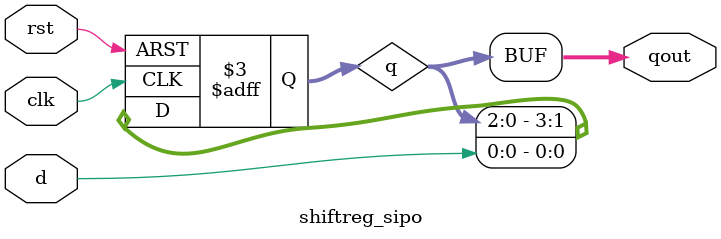
<source format=v>
module shiftreg_sipo(d,rst,clk,qout); 
input d,rst,clk;
output [3:0]qout;
reg [3:0]q;

wire qb0,qb1,qb2,qb3;

always @ (posedge clk or posedge rst) begin
if (rst) begin
	q[0]=0;
	q[1]=0;
	q[2]=0;
	q[3]=0;
end
else begin
	q[0]<=d;
	q[1]<=q[0];
	q[2]<=q[1];
	q[3]<=q[2];
end
end
assign qout=q;

assign qb=~q;
endmodule
</source>
